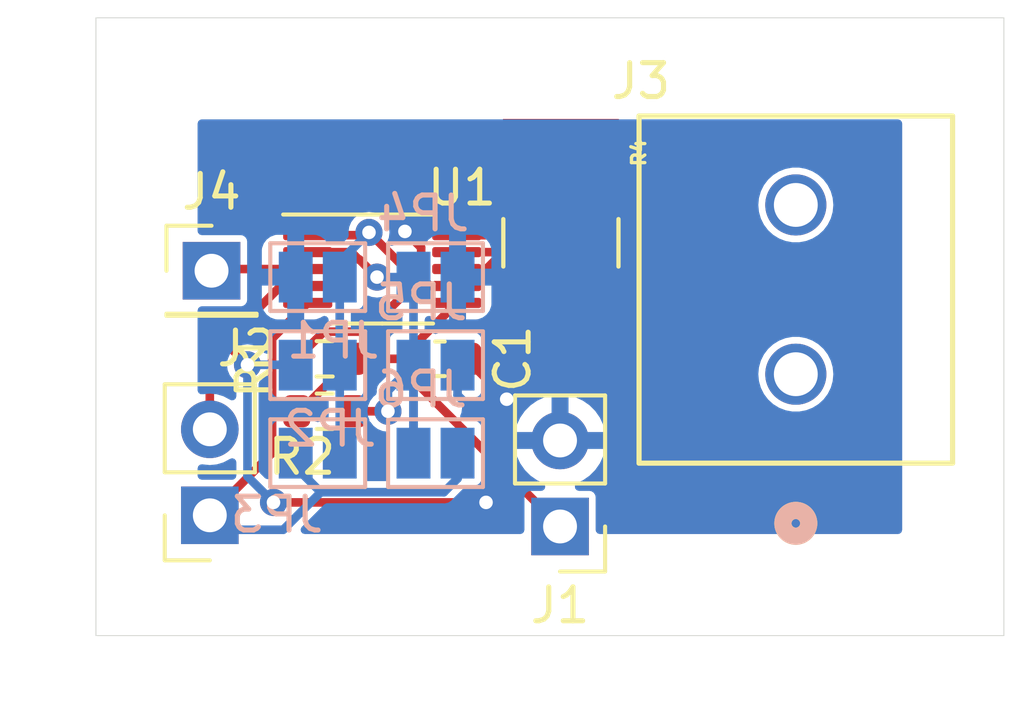
<source format=kicad_pcb>
(kicad_pcb (version 20230913) (generator pcbnew)
  (title_block (title "INA226 Breakout Board") (date "2023-10-08") (rev "1.1") (company "MUREX ROBOTICS") (comment 1 "//VARIT ASAVATHIRATHAM '25") (comment 2 "//INNOVATION UNLEASHED"))
  (layers (0 "F.Cu" signal) (31 "B.Cu" signal) (34 "B.Paste" user) (35 "F.Paste" user) (36 "B.SilkS" user "B.Silkscreen") (37 "F.SilkS" user "F.Silkscreen") (38 "B.Mask" user) (39 "F.Mask" user) (44 "Edge.Cuts" user))
  (net 0 "")
  (net 1 "GND")
  (net 2 "+3V3")
  (net 3 "/I2C SCL")
  (net 4 "/I2C SDA")
  (net 5 "/Vin+")
  (net 6 "/Vin-")
  (net 7 "/~{ALERT}")
  (net 8 "/A1")
  (net 9 "/A0")
  (footprint "Connector_PinSocket_2.54mm:PinSocket_1x02_P2.54mm_Vertical" (layer "F.Cu") (at 138.8618 90.1957 180)
    (property "Reference" "J2" (at -1.0903 4.9276 0) (layer "F.SilkS"))
    (property "Value" "Conn_01x02_Pin")
    (fp_line (start 1.33 1.27) (end 1.33 3.87) (stroke (width 0.12)) (layer "F.SilkS"))
    (fp_line (start 1.33 -1.33) (end 1.33 0) (stroke (width 0.12)) (layer "F.SilkS"))
    (fp_line (start 0 -1.33) (end 1.33 -1.33) (stroke (width 0.12)) (layer "F.SilkS"))
    (fp_line (start -1.33 3.87) (end 1.33 3.87) (stroke (width 0.12)) (layer "F.SilkS"))
    (fp_line (start -1.33 1.27) (end 1.33 1.27) (stroke (width 0.12)) (layer "F.SilkS"))
    (fp_line (start -1.33 1.27) (end -1.33 3.87) (stroke (width 0.12)) (layer "F.SilkS"))
    (pad "1" thru_hole rect (at 0 0 180) (size 1.7 1.7) (drill 1) (layers "*.Cu" "*.Mask") (net 3 "/I2C SCL"))
    (pad "2" thru_hole oval (at 0 2.54 180) (size 1.7 1.7) (drill 1) (layers "*.Cu" "*.Mask") (net 4 "/I2C SDA"))
  )
  (footprint "Conn_1935776:CONN_1935776_PXC" (layer "F.Cu") (at 156.159201 86.0279 90)
    (property "Reference" "J3" (at 8.6576 -4.572 0 unlocked) (layer "F.SilkS"))
    (property "Value" "Screw_Terminal_01x02")
    (fp_circle (center -4.405 0) (end -4.024 0) (stroke (width 0.508)) (fill none) (layer "B.SilkS"))
    (fp_line (start 7.627 -4.627001) (end -2.627 -4.627001) (stroke (width 0.1524)) (layer "F.SilkS"))
    (fp_line (start -2.627 -4.627001) (end -2.627 4.626999) (stroke (width 0.1524)) (layer "F.SilkS"))
    (fp_line (start 7.627 4.626999) (end 7.627 -4.627001) (stroke (width 0.1524)) (layer "F.SilkS"))
    (fp_line (start -2.627 4.626999) (end 7.627 4.626999) (stroke (width 0.1524)) (layer "F.SilkS"))
    (fp_circle (center -4.405 0) (end -4.024 0) (stroke (width 0.508)) (fill none) (layer "F.SilkS"))
    (pad "1" thru_hole circle (at 0 0 90) (size 1.8034 1.8034) (drill 1.2954) (layers "*.Cu" "*.Mask") (net 6 "/Vin-"))
    (pad "2" thru_hole circle (at 5 0 90) (size 1.8034 1.8034) (drill 1.2954) (layers "*.Cu" "*.Mask") (net 5 "/Vin+"))
  )
  (footprint "Connector_PinHeader_2.54mm:PinHeader_1x01_P2.54mm_Vertical" (layer "F.Cu") (at 138.9126 82.9713)
    (property "Reference" "J4" (at 0 -2.33 0) (layer "F.SilkS"))
    (property "Value" "Conn_01x01_Pin")
    (fp_line (start -1.33 -1.33) (end 0 -1.33) (stroke (width 0.12)) (layer "F.SilkS"))
    (fp_line (start -1.33 0) (end -1.33 -1.33) (stroke (width 0.12)) (layer "F.SilkS"))
    (fp_line (start -1.33 1.27) (end -1.33 1.33) (stroke (width 0.12)) (layer "F.SilkS"))
    (fp_line (start -1.33 1.27) (end 1.33 1.27) (stroke (width 0.12)) (layer "F.SilkS"))
    (fp_line (start -1.33 1.33) (end 1.33 1.33) (stroke (width 0.12)) (layer "F.SilkS"))
    (fp_line (start 1.33 1.27) (end 1.33 1.33) (stroke (width 0.12)) (layer "F.SilkS"))
    (pad "1" thru_hole rect (at 0 0) (size 1.7 1.7) (drill 1) (layers "*.Cu" "*.Mask") (net 7 "/~{ALERT}"))
  )
  (footprint "Resistor_SMD:R_0603_1608Metric" (layer "F.Cu") (at 142.2532 87.1223 180)
    (property "Reference" "R2" (at 0.6726 -1.3462 180) (layer "F.SilkS"))
    (property "Value" "10k")
    (fp_line (start -0.237258 0.5225) (end 0.237258 0.5225) (stroke (width 0.12)) (layer "F.SilkS"))
    (fp_line (start -0.237258 -0.5225) (end 0.237258 -0.5225) (stroke (width 0.12)) (layer "F.SilkS"))
    (pad "1" smd roundrect (at -0.825 0 180) (size 0.8 0.95) (layers "F.Cu" "F.Paste" "F.Mask") (net 9 "/A0"))
    (pad "2" smd roundrect (at 0.825 0 180) (size 0.8 0.95) (layers "F.Cu" "F.Paste" "F.Mask") (net 2 "+3V3"))
  )
  (footprint "Capacitor_SMD:C_0603_1608Metric" (layer "F.Cu") (at 145.656 85.5729 180)
    (property "Reference" "C1" (at -2.1466 0 -90) (layer "F.SilkS"))
    (property "Value" "0.1uF")
    (fp_line (start -0.14058 0.51) (end 0.14058 0.51) (stroke (width 0.12)) (layer "F.SilkS"))
    (fp_line (start -0.14058 -0.51) (end 0.14058 -0.51) (stroke (width 0.12)) (layer "F.SilkS"))
    (pad "1" smd roundrect (at -0.775 0 180) (size 0.9 0.95) (layers "F.Cu" "F.Paste" "F.Mask") (net 1 "GND"))
    (pad "2" smd roundrect (at 0.775 0 180) (size 0.9 0.95) (layers "F.Cu" "F.Paste" "F.Mask") (net 2 "+3V3"))
  )
  (footprint "Connector_PinHeader_2.54mm:PinHeader_1x02_P2.54mm_Vertical" (layer "F.Cu") (at 149.1996 90.5256 180)
    (property "Reference" "J1" (at 0 -2.33 180) (layer "F.SilkS"))
    (property "Value" "Conn_01x02_Pin")
    (fp_line (start 1.33 1.27) (end 1.33 3.87) (stroke (width 0.12)) (layer "F.SilkS"))
    (fp_line (start -1.33 3.87) (end 1.33 3.87) (stroke (width 0.12)) (layer "F.SilkS"))
    (fp_line (start -1.33 1.27) (end 1.33 1.27) (stroke (width 0.12)) (layer "F.SilkS"))
    (fp_line (start -1.33 1.27) (end -1.33 3.87) (stroke (width 0.12)) (layer "F.SilkS"))
    (fp_line (start -1.33 0) (end -1.33 -1.33) (stroke (width 0.12)) (layer "F.SilkS"))
    (fp_line (start -1.33 -1.33) (end 0 -1.33) (stroke (width 0.12)) (layer "F.SilkS"))
    (pad "1" thru_hole rect (at 0 0 180) (size 1.7 1.7) (drill 1) (layers "*.Cu" "*.Mask") (net 2 "+3V3"))
    (pad "2" thru_hole oval (at 0 2.54 180) (size 1.7 1.7) (drill 1) (layers "*.Cu" "*.Mask") (net 1 "GND"))
  )
  (footprint "R_2mO_ShuntResistor:RESC6432X90N" (layer "F.Cu") (at 149.225 82.1468 -90)
    (property "Reference" "R4" (at -2.66 -2.3 -90) (layer "F.SilkS") (effects (font (size 0.393701 0.393701))))
    (property "Value" "2mΩ")
    (fp_line (start -0.7 1.7) (end 0.7 1.7) (stroke (width 0.127)) (layer "F.SilkS"))
    (fp_line (start -0.7 -1.7) (end 0.7 -1.7) (stroke (width 0.127)) (layer "F.SilkS"))
    (pad "1" smd rect (at -2.34 0 270) (size 2.64 3.42) (layers "F.Cu" "F.Paste" "F.Mask") (net 5 "/Vin+"))
    (pad "2" smd rect (at 2.34 0 270) (size 2.64 3.42) (layers "F.Cu" "F.Paste" "F.Mask") (net 6 "/Vin-"))
  )
  (footprint "Package_SO:VSSOP-10_3x3mm_P0.5mm" (layer "F.Cu") (at 143.9516 82.9213)
    (property "Reference" "U1" (at 2.3524 -2.4036 0) (layer "F.SilkS"))
    (property "Value" "INA226")
    (fp_line (start 0 -1.61) (end -2.925 -1.61) (stroke (width 0.12)) (layer "F.SilkS"))
    (fp_line (start 0 -1.61) (end 1.5 -1.61) (stroke (width 0.12)) (layer "F.SilkS"))
    (fp_line (start 0 1.61) (end -1.5 1.61) (stroke (width 0.12)) (layer "F.SilkS"))
    (fp_line (start 0 1.61) (end 1.5 1.61) (stroke (width 0.12)) (layer "F.SilkS"))
    (pad "1" smd roundrect (at -2.2 -1) (size 1.45 0.3) (layers "F.Cu" "F.Paste" "F.Mask") (net 8 "/A1"))
    (pad "2" smd roundrect (at -2.2 -0.5) (size 1.45 0.3) (layers "F.Cu" "F.Paste" "F.Mask") (net 9 "/A0"))
    (pad "3" smd roundrect (at -2.2 0) (size 1.45 0.3) (layers "F.Cu" "F.Paste" "F.Mask") (net 7 "/~{ALERT}"))
    (pad "4" smd roundrect (at -2.2 0.5) (size 1.45 0.3) (layers "F.Cu" "F.Paste" "F.Mask") (net 4 "/I2C SDA"))
    (pad "5" smd roundrect (at -2.2 1) (size 1.45 0.3) (layers "F.Cu" "F.Paste" "F.Mask") (net 3 "/I2C SCL"))
    (pad "6" smd roundrect (at 2.2 1) (size 1.45 0.3) (layers "F.Cu" "F.Paste" "F.Mask") (net 2 "+3V3"))
    (pad "7" smd roundrect (at 2.2 0.5) (size 1.45 0.3) (layers "F.Cu" "F.Paste" "F.Mask") (net 1 "GND"))
    (pad "8" smd roundrect (at 2.2 0) (size 1.45 0.3) (layers "F.Cu" "F.Paste" "F.Mask") (net 6 "/Vin-"))
    (pad "9" smd roundrect (at 2.2 -0.5) (size 1.45 0.3) (layers "F.Cu" "F.Paste" "F.Mask") (net 6 "/Vin-"))
    (pad "10" smd roundrect (at 2.2 -1) (size 1.45 0.3) (layers "F.Cu" "F.Paste" "F.Mask") (net 5 "/Vin+"))
  )
  (footprint "Resistor_SMD:R_0603_1608Metric" (layer "F.Cu") (at 142.2522 85.5729)
    (property "Reference" "R1" (at -2.0696 0.1778 90) (layer "F.SilkS"))
    (property "Value" "10k")
    (fp_line (start -0.237258 -0.5225) (end 0.237258 -0.5225) (stroke (width 0.12)) (layer "F.SilkS"))
    (fp_line (start -0.237258 0.5225) (end 0.237258 0.5225) (stroke (width 0.12)) (layer "F.SilkS"))
    (pad "1" smd roundrect (at -0.825 0) (size 0.8 0.95) (layers "F.Cu" "F.Paste" "F.Mask") (net 8 "/A1"))
    (pad "2" smd roundrect (at 0.825 0) (size 0.8 0.95) (layers "F.Cu" "F.Paste" "F.Mask") (net 2 "+3V3"))
  )
  (footprint "Jumper:SolderJumper-2_P1.3mm_Open_Pad1.0x1.5mm" (layer "B.Cu") (at 142.0472 83.1596 180)
    (property "Reference" "JP1" (at -0.4572 -1.8796 180) (layer "B.SilkS") (effects (justify mirror)))
    (property "Value" "Jumper_2_Open")
    (fp_line (start 1.4 1) (end -1.4 1) (stroke (width 0.12)) (layer "B.SilkS"))
    (fp_line (start 1.4 -1) (end 1.4 1) (stroke (width 0.12)) (layer "B.SilkS"))
    (fp_line (start -1.4 1) (end -1.4 -1) (stroke (width 0.12)) (layer "B.SilkS"))
    (fp_line (start -1.4 -1) (end 1.4 -1) (stroke (width 0.12)) (layer "B.SilkS"))
    (pad "1" smd rect (at -0.65 0 180) (size 1 1.5) (layers "B.Cu" "B.Mask") (net 8 "/A1"))
    (pad "2" smd rect (at 0.65 0 180) (size 1 1.5) (layers "B.Cu" "B.Mask") (net 1 "GND"))
  )
  (footprint "Jumper:SolderJumper-2_P1.3mm_Open_Pad1.0x1.5mm" (layer "B.Cu") (at 142.0472 88.3596 180)
    (property "Reference" "JP3" (at 1.205204 -1.8162 180) (layer "B.SilkS") (effects (justify mirror)))
    (property "Value" "Jumper_2_Open")
    (fp_line (start 1.4 1) (end -1.4 1) (stroke (width 0.12)) (layer "B.SilkS"))
    (fp_line (start 1.4 -1) (end 1.4 1) (stroke (width 0.12)) (layer "B.SilkS"))
    (fp_line (start -1.4 1) (end -1.4 -1) (stroke (width 0.12)) (layer "B.SilkS"))
    (fp_line (start -1.4 -1) (end 1.4 -1) (stroke (width 0.12)) (layer "B.SilkS"))
    (pad "1" smd rect (at -0.65 0 180) (size 1 1.5) (layers "B.Cu" "B.Mask") (net 8 "/A1"))
    (pad "2" smd rect (at 0.65 0 180) (size 1 1.5) (layers "B.Cu" "B.Mask") (net 3 "/I2C SCL"))
  )
  (footprint "Jumper:SolderJumper-2_P1.3mm_Open_Pad1.0x1.5mm" (layer "B.Cu") (at 142.0472 85.7596 180)
    (property "Reference" "JP2" (at -0.366 -1.8796 180) (layer "B.SilkS") (effects (justify mirror)))
    (property "Value" "Jumper_2_Open")
    (fp_line (start 1.4 1) (end -1.4 1) (stroke (width 0.12)) (layer "B.SilkS"))
    (fp_line (start 1.4 -1) (end 1.4 1) (stroke (width 0.12)) (layer "B.SilkS"))
    (fp_line (start -1.4 1) (end -1.4 -1) (stroke (width 0.12)) (layer "B.SilkS"))
    (fp_line (start -1.4 -1) (end 1.4 -1) (stroke (width 0.12)) (layer "B.SilkS"))
    (pad "1" smd rect (at -0.65 0 180) (size 1 1.5) (layers "B.Cu" "B.Mask") (net 8 "/A1"))
    (pad "2" smd rect (at 0.65 0 180) (size 1 1.5) (layers "B.Cu" "B.Mask") (net 4 "/I2C SDA"))
  )
  (footprint "Jumper:SolderJumper-2_P1.3mm_Open_Pad1.0x1.5mm" (layer "B.Cu") (at 145.524396 88.3596)
    (property "Reference" "JP6" (at -0.4337 -1.8796 0) (layer "B.SilkS") (effects (justify mirror)))
    (property "Value" "Jumper_2_Open")
    (fp_line (start -1.4 -1) (end 1.4 -1) (stroke (width 0.12)) (layer "B.SilkS"))
    (fp_line (start -1.4 1) (end -1.4 -1) (stroke (width 0.12)) (layer "B.SilkS"))
    (fp_line (start 1.4 -1) (end 1.4 1) (stroke (width 0.12)) (layer "B.SilkS"))
    (fp_line (start 1.4 1) (end -1.4 1) (stroke (width 0.12)) (layer "B.SilkS"))
    (pad "1" smd rect (at -0.65 0) (size 1 1.5) (layers "B.Cu" "B.Mask") (net 9 "/A0"))
    (pad "2" smd rect (at 0.65 0) (size 1 1.5) (layers "B.Cu" "B.Mask") (net 3 "/I2C SCL"))
  )
  (footprint "Jumper:SolderJumper-2_P1.3mm_Open_Pad1.0x1.5mm" (layer "B.Cu") (at 145.524396 83.1596)
    (property "Reference" "JP4" (at -0.3706 -1.8796 0) (layer "B.SilkS") (effects (justify mirror)))
    (property "Value" "Jumper_2_Open")
    (fp_line (start -1.4 -1) (end 1.4 -1) (stroke (width 0.12)) (layer "B.SilkS"))
    (fp_line (start -1.4 1) (end -1.4 -1) (stroke (width 0.12)) (layer "B.SilkS"))
    (fp_line (start 1.4 -1) (end 1.4 1) (stroke (width 0.12)) (layer "B.SilkS"))
    (fp_line (start 1.4 1) (end -1.4 1) (stroke (width 0.12)) (layer "B.SilkS"))
    (pad "1" smd rect (at -0.65 0) (size 1 1.5) (layers "B.Cu" "B.Mask") (net 9 "/A0"))
    (pad "2" smd rect (at 0.65 0) (size 1 1.5) (layers "B.Cu" "B.Mask") (net 1 "GND"))
  )
  (footprint "Jumper:SolderJumper-2_P1.3mm_Open_Pad1.0x1.5mm" (layer "B.Cu") (at 145.524396 85.7596)
    (property "Reference" "JP5" (at -0.4272 -1.8542 0) (layer "B.SilkS") (effects (justify mirror)))
    (property "Value" "Jumper_2_Open")
    (fp_line (start -1.4 -1) (end 1.4 -1) (stroke (width 0.12)) (layer "B.SilkS"))
    (fp_line (start -1.4 1) (end -1.4 -1) (stroke (width 0.12)) (layer "B.SilkS"))
    (fp_line (start 1.4 -1) (end 1.4 1) (stroke (width 0.12)) (layer "B.SilkS"))
    (fp_line (start 1.4 1) (end -1.4 1) (stroke (width 0.12)) (layer "B.SilkS"))
    (pad "1" smd rect (at -0.65 0) (size 1 1.5) (layers "B.Cu" "B.Mask") (net 9 "/A0"))
    (pad "2" smd rect (at 0.65 0) (size 1 1.5) (layers "B.Cu" "B.Mask") (net 4 "/I2C SDA"))
  )
  (gr_line (start 162.3 75.5) (end 162.3 93.75) (stroke (width 0.0254)) (layer "Edge.Cuts"))
  (gr_line (start 135.5 93.75) (end 135.5 75.5) (stroke (width 0.0254)) (layer "Edge.Cuts"))
  (gr_line (start 162.3 93.75) (end 135.5 93.75) (stroke (width 0.0254)) (layer "Edge.Cuts"))
  (gr_line (start 135.5 75.5) (end 162.3 75.5) (stroke (width 0.0254)) (layer "Edge.Cuts"))
  (segment (start 147.6248 86.7664) (end 147.6245 86.7664) (width 0.254) (layer "F.Cu") (net 1))
  (segment (start 146.1516 83.4213) (end 145.358084 83.4213) (width 0.254) (layer "F.Cu") (net 1))
  (segment (start 147.6245 86.7664) (end 146.431 85.5729) (width 0.254) (layer "F.Cu") (net 1))
  (segment (start 145.0996 83.162816) (end 145.0996 82.289086) (width 0.254) (layer "F.Cu") (net 1))
  (segment (start 145.0996 82.289086) (end 144.620614 81.8101) (width 0.254) (layer "F.Cu") (net 1))
  (segment (start 145.358084 83.4213) (end 145.0996 83.162816) (width 0.254) (layer "F.Cu") (net 1))
  (via (at 147.6248 86.7664) (size 0.8) (drill 0.4) (layers "F.Cu" "B.Cu") (net 1))
  (via (at 144.620614 81.8101) (size 0.8) (drill 0.4) (layers "F.Cu" "B.Cu") (net 1))
  (segment (start 144.881 85.5729) (end 144.881 85.1919) (width 0.254) (layer "F.Cu") (net 2))
  (segment (start 149.1996 90.5256) (end 144.881 86.207) (width 0.254) (layer "F.Cu") (net 2))
  (segment (start 141.5278 87.1223) (end 143.0772 85.5729) (width 0.254) (layer "F.Cu") (net 2))
  (segment (start 141.4282 87.1223) (end 141.5278 87.1223) (width 0.254) (layer "F.Cu") (net 2))
  (segment (start 144.881 86.207) (end 144.881 85.5729) (width 0.254) (layer "F.Cu") (net 2))
  (segment (start 143.0772 85.5729) (end 144.881 85.5729) (width 0.254) (layer "F.Cu") (net 2))
  (segment (start 144.881 85.1919) (end 146.1516 83.9213) (width 0.254) (layer "F.Cu") (net 2))
  (segment (start 138.8618 90.1957) (end 140.7002 88.3573) (width 0.254) (layer "F.Cu") (net 3))
  (segment (start 140.7002 88.3573) (end 140.7002 84.9727) (width 0.254) (layer "F.Cu") (net 3))
  (segment (start 140.7002 84.9727) (end 141.7516 83.9213) (width 0.254) (layer "F.Cu") (net 3))
  (segment (start 142.138416 89.513266) (end 141.028682 90.623) (width 0.254) (layer "B.Cu") (net 3))
  (segment (start 139.2891 90.623) (end 138.8618 90.1957) (width 0.254) (layer "B.Cu") (net 3))
  (segment (start 145.77073 89.513266) (end 146.174396 89.1096) (width 0.254) (layer "B.Cu") (net 3))
  (segment (start 141.3972 88.77205) (end 142.138416 89.513266) (width 0.254) (layer "B.Cu") (net 3))
  (segment (start 141.028682 90.623) (end 139.2891 90.623) (width 0.254) (layer "B.Cu") (net 3))
  (segment (start 141.3972 88.3596) (end 141.3972 88.77205) (width 0.254) (layer "B.Cu") (net 3))
  (segment (start 146.174396 89.1096) (end 146.174396 88.3596) (width 0.254) (layer "B.Cu") (net 3))
  (segment (start 142.138416 89.513266) (end 145.77073 89.513266) (width 0.254) (layer "B.Cu") (net 3))
  (segment (start 139.494542 84.884842) (end 139.494542 85.271242) (width 0.254) (layer "F.Cu") (net 4))
  (segment (start 138.8618 85.517584) (end 139.494542 84.884842) (width 0.254) (layer "F.Cu") (net 4))
  (segment (start 139.494542 84.884842) (end 140.958084 83.4213) (width 0.254) (layer "F.Cu") (net 4))
  (segment (start 138.8618 87.6557) (end 138.8618 85.517584) (width 0.254) (layer "F.Cu") (net 4))
  (segment (start 147.0152 89.8144) (end 140.7414 89.8144) (width 0.254) (layer "F.Cu") (net 4))
  (segment (start 139.494542 85.271242) (end 139.9737 85.7504) (width 0.254) (layer "F.Cu") (net 4))
  (segment (start 140.958084 83.4213) (end 141.7516 83.4213) (width 0.254) (layer "F.Cu") (net 4))
  (via (at 147.0152 89.8144) (size 0.8) (drill 0.4) (layers "F.Cu" "B.Cu") (net 4))
  (via (at 139.9737 85.7504) (size 0.8) (drill 0.4) (layers "F.Cu" "B.Cu") (net 4))
  (via (at 140.7414 89.8144) (size 0.8) (drill 0.4) (layers "F.Cu" "B.Cu") (net 4))
  (segment (start 147.0152 87.487954) (end 146.174396 86.64715) (width 0.254) (layer "B.Cu") (net 4))
  (segment (start 139.9737 85.7504) (end 141.388 85.7504) (width 0.254) (layer "B.Cu") (net 4))
  (segment (start 139.9737 89.0467) (end 139.9737 85.7504) (width 0.254) (layer "B.Cu") (net 4))
  (segment (start 147.0152 89.8144) (end 147.0152 87.487954) (width 0.254) (layer "B.Cu") (net 4))
  (segment (start 146.174396 86.64715) (end 146.174396 85.7596) (width 0.254) (layer "B.Cu") (net 4))
  (segment (start 140.7414 89.8144) (end 139.9737 89.0467) (width 0.254) (layer "B.Cu") (net 4))
  (segment (start 141.388 85.7504) (end 141.3972 85.7596) (width 0.254) (layer "B.Cu") (net 4))
  (segment (start 148.7233 81.9213) (end 148.7424 81.9404) (width 0.254) (layer "F.Cu") (net 5))
  (segment (start 146.1516 81.9213) (end 148.7233 81.9213) (width 0.254) (layer "F.Cu") (net 5))
  (segment (start 148.7424 81.9404) (end 149.225 81.4578) (width 0.254) (layer "F.Cu") (net 5))
  (segment (start 149.225 81.4578) (end 149.225 79.8068) (width 0.254) (layer "F.Cu") (net 5))
  (segment (start 148.7187 82.4213) (end 148.7424 82.3976) (width 0.254) (layer "F.Cu") (net 6))
  (segment (start 146.1516 82.4213) (end 147.5232 82.4213) (width 0.254) (layer "F.Cu") (net 6))
  (segment (start 148.7424 82.3976) (end 149.225 82.8802) (width 0.254) (layer "F.Cu") (net 6))
  (segment (start 147.0232 82.9213) (end 147.5232 82.4213) (width 0.254) (layer "F.Cu") (net 6))
  (segment (start 146.1516 82.9213) (end 147.0232 82.9213) (width 0.254) (layer "F.Cu") (net 6))
  (segment (start 147.5232 82.4213) (end 148.7187 82.4213) (width 0.254) (layer "F.Cu") (net 6))
  (segment (start 149.225 82.8802) (end 149.225 84.4868) (width 0.254) (layer "F.Cu") (net 6))
  (segment (start 138.9126 82.9713) (end 138.9626 82.9213) (width 0.254) (layer "F.Cu") (net 7))
  (segment (start 138.9626 82.9213) (end 141.7516 82.9213) (width 0.254) (layer "F.Cu") (net 7))
  (segment (start 142.2292 84.7709) (end 143.49549 84.7709) (width 0.254) (layer "F.Cu") (net 8))
  (segment (start 144.5237 82.8017) (end 143.5608 81.8388) (width 0.254) (layer "F.Cu") (net 8))
  (segment (start 144.5237 83.74269) (end 144.5237 82.8017) (width 0.254) (layer "F.Cu") (net 8))
  (segment (start 143.49549 84.7709) (end 144.5237 83.74269) (width 0.254) (layer "F.Cu") (net 8))
  (segment (start 141.7516 81.9213) (end 143.4783 81.9213) (width 0.254) (layer "F.Cu") (net 8))
  (segment (start 143.5608 81.915) (end 143.5545 81.9213) (width 0.254) (layer "F.Cu") (net 8))
  (segment (start 143.4783 81.9213) (end 143.5608 81.8388) (width 0.254) (layer "F.Cu") (net 8))
  (segment (start 141.4272 85.5729) (end 142.2292 84.7709) (width 0.254) (layer "F.Cu") (net 8))
  (via (at 143.5608 81.8388) (size 0.8) (drill 0.4) (layers "F.Cu" "B.Cu") (net 8))
  (segment (start 142.6972 86.0809) (end 142.6972 85.1157) (width 0.254) (layer "B.Cu") (net 8))
  (segment (start 142.6972 83.1596) (end 142.6972 82.7024) (width 0.254) (layer "B.Cu") (net 8))
  (segment (start 142.6972 85.7596) (end 142.6972 88.3596) (width 0.254) (layer "B.Cu") (net 8))
  (segment (start 142.6972 82.7024) (end 143.5608 81.8388) (width 0.254) (layer "B.Cu") (net 8))
  (segment (start 142.6972 83.1596) (end 142.6972 85.7596) (width 0.254) (layer "B.Cu") (net 8))
  (segment (start 144.1193 87.1223) (end 144.1196 87.122) (width 0.254) (layer "F.Cu") (net 9))
  (segment (start 143.2791 82.642) (end 143.259666 82.642) (width 0.254) (layer "F.Cu") (net 9))
  (segment (start 143.038966 82.4213) (end 141.7516 82.4213) (width 0.254) (layer "F.Cu") (net 9))
  (segment (start 143.259666 82.642) (end 143.038966 82.4213) (width 0.254) (layer "F.Cu") (net 9))
  (segment (start 143.0782 87.1223) (end 144.1193 87.1223) (width 0.254) (layer "F.Cu") (net 9))
  (segment (start 143.7967 83.1596) (end 143.2791 82.642) (width 0.254) (layer "F.Cu") (net 9))
  (via (at 144.1196 87.122) (size 0.8) (drill 0.4) (layers "F.Cu" "B.Cu") (net 9))
  (via (at 143.7967 83.1596) (size 0.8) (drill 0.4) (layers "F.Cu" "B.Cu") (net 9))
  (segment (start 144.1196 86.514396) (end 144.874396 85.7596) (width 0.254) (layer "B.Cu") (net 9))
  (segment (start 144.874396 83.1596) (end 144.874396 85.7596) (width 0.254) (layer "B.Cu") (net 9))
  (segment (start 144.874396 88.3596) (end 144.874396 85.7596) (width 0.254) (layer "B.Cu") (net 9))
  (segment (start 144.1196 87.122) (end 144.1196 86.514396) (width 0.254) (layer "B.Cu") (net 9))
  (segment (start 143.7967 83.1596) (end 144.874396 83.1596) (width 0.254) (layer "B.Cu") (net 9))
  (segment (start 144.874396 88.6809) (end 144.874396 86.0809) (width 0.254) (layer "B.Cu") (net 9))
  (zone (net 1) (net_name "GND") (layer "B.Cu") (connect_pads (clearance 0.01)) (min_thickness 0.25) (fill yes (thermal_gap 0.5) (thermal_bridge_width 0.5))
    (polygon (pts (xy 134.9248 75.0824) (xy 134.9248 94.1832) (xy 162.9156 94.1832) (xy 162.9156 75.0824)))
  )
)
</source>
